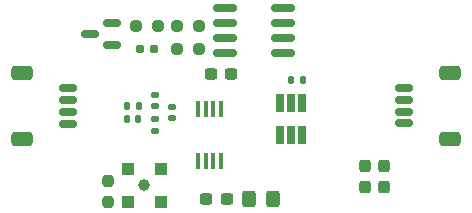
<source format=gbr>
%TF.GenerationSoftware,KiCad,Pcbnew,(6.0.4-0)*%
%TF.CreationDate,2022-08-26T15:35:11-06:00*%
%TF.ProjectId,lm334-source-v2,6c6d3333-342d-4736-9f75-7263652d7632,rev?*%
%TF.SameCoordinates,Original*%
%TF.FileFunction,Paste,Top*%
%TF.FilePolarity,Positive*%
%FSLAX46Y46*%
G04 Gerber Fmt 4.6, Leading zero omitted, Abs format (unit mm)*
G04 Created by KiCad (PCBNEW (6.0.4-0)) date 2022-08-26 15:35:11*
%MOMM*%
%LPD*%
G01*
G04 APERTURE LIST*
G04 Aperture macros list*
%AMRoundRect*
0 Rectangle with rounded corners*
0 $1 Rounding radius*
0 $2 $3 $4 $5 $6 $7 $8 $9 X,Y pos of 4 corners*
0 Add a 4 corners polygon primitive as box body*
4,1,4,$2,$3,$4,$5,$6,$7,$8,$9,$2,$3,0*
0 Add four circle primitives for the rounded corners*
1,1,$1+$1,$2,$3*
1,1,$1+$1,$4,$5*
1,1,$1+$1,$6,$7*
1,1,$1+$1,$8,$9*
0 Add four rect primitives between the rounded corners*
20,1,$1+$1,$2,$3,$4,$5,0*
20,1,$1+$1,$4,$5,$6,$7,0*
20,1,$1+$1,$6,$7,$8,$9,0*
20,1,$1+$1,$8,$9,$2,$3,0*%
G04 Aperture macros list end*
%ADD10RoundRect,0.147500X0.147500X0.172500X-0.147500X0.172500X-0.147500X-0.172500X0.147500X-0.172500X0*%
%ADD11RoundRect,0.250000X0.325000X0.450000X-0.325000X0.450000X-0.325000X-0.450000X0.325000X-0.450000X0*%
%ADD12RoundRect,0.147500X-0.172500X0.147500X-0.172500X-0.147500X0.172500X-0.147500X0.172500X0.147500X0*%
%ADD13RoundRect,0.147500X-0.147500X-0.172500X0.147500X-0.172500X0.147500X0.172500X-0.147500X0.172500X0*%
%ADD14RoundRect,0.150000X-0.625000X0.150000X-0.625000X-0.150000X0.625000X-0.150000X0.625000X0.150000X0*%
%ADD15RoundRect,0.250000X-0.650000X0.350000X-0.650000X-0.350000X0.650000X-0.350000X0.650000X0.350000X0*%
%ADD16RoundRect,0.237500X0.237500X-0.287500X0.237500X0.287500X-0.237500X0.287500X-0.237500X-0.287500X0*%
%ADD17RoundRect,0.150000X0.625000X-0.150000X0.625000X0.150000X-0.625000X0.150000X-0.625000X-0.150000X0*%
%ADD18RoundRect,0.250000X0.650000X-0.350000X0.650000X0.350000X-0.650000X0.350000X-0.650000X-0.350000X0*%
%ADD19R,0.450000X1.450000*%
%ADD20RoundRect,0.237500X0.250000X0.237500X-0.250000X0.237500X-0.250000X-0.237500X0.250000X-0.237500X0*%
%ADD21R,0.650000X1.560000*%
%ADD22C,1.000000*%
%ADD23R,1.000000X1.000000*%
%ADD24RoundRect,0.237500X-0.300000X-0.237500X0.300000X-0.237500X0.300000X0.237500X-0.300000X0.237500X0*%
%ADD25RoundRect,0.150000X-0.825000X-0.150000X0.825000X-0.150000X0.825000X0.150000X-0.825000X0.150000X0*%
%ADD26RoundRect,0.150000X0.587500X0.150000X-0.587500X0.150000X-0.587500X-0.150000X0.587500X-0.150000X0*%
%ADD27RoundRect,0.237500X-0.237500X0.250000X-0.237500X-0.250000X0.237500X-0.250000X0.237500X0.250000X0*%
%ADD28RoundRect,0.160000X0.197500X0.160000X-0.197500X0.160000X-0.197500X-0.160000X0.197500X-0.160000X0*%
%ADD29RoundRect,0.237500X0.300000X0.237500X-0.300000X0.237500X-0.300000X-0.237500X0.300000X-0.237500X0*%
G04 APERTURE END LIST*
D10*
%TO.C,R3*%
X111250000Y-90550000D03*
X110280000Y-90550000D03*
%TD*%
%TO.C,R4*%
X111235000Y-91650000D03*
X110265000Y-91650000D03*
%TD*%
D11*
%TO.C,L1*%
X122660000Y-98450000D03*
X120610000Y-98450000D03*
%TD*%
D12*
%TO.C,C1*%
X112650000Y-89565000D03*
X112650000Y-90535000D03*
%TD*%
%TO.C,C2*%
X112650000Y-91650000D03*
X112650000Y-92620000D03*
%TD*%
%TO.C,C3*%
X114050000Y-90590000D03*
X114050000Y-91560000D03*
%TD*%
D13*
%TO.C,C4*%
X124165000Y-88350000D03*
X125135000Y-88350000D03*
%TD*%
D14*
%TO.C,J1*%
X105250000Y-89050000D03*
X105250000Y-90050000D03*
X105250000Y-91050000D03*
X105250000Y-92050000D03*
D15*
X101375000Y-93350000D03*
X101375000Y-87750000D03*
%TD*%
D16*
%TO.C,R1*%
X132050000Y-97375000D03*
X132050000Y-95625000D03*
%TD*%
%TO.C,R2*%
X130400000Y-97375000D03*
X130400000Y-95625000D03*
%TD*%
D17*
%TO.C,J2*%
X133750000Y-92000000D03*
X133750000Y-91000000D03*
X133750000Y-90000000D03*
X133750000Y-89000000D03*
D18*
X137625000Y-87700000D03*
X137625000Y-93300000D03*
%TD*%
D19*
%TO.C,U3*%
X118225000Y-90750000D03*
X117575000Y-90750000D03*
X116925000Y-90750000D03*
X116275000Y-90750000D03*
X116275000Y-95150000D03*
X116925000Y-95150000D03*
X117575000Y-95150000D03*
X118225000Y-95150000D03*
%TD*%
D20*
%TO.C,R9*%
X112862500Y-83750000D03*
X111037500Y-83750000D03*
%TD*%
D21*
%TO.C,U1*%
X123200000Y-93000000D03*
X124150000Y-93000000D03*
X125100000Y-93000000D03*
X125100000Y-90300000D03*
X124150000Y-90300000D03*
X123200000Y-90300000D03*
%TD*%
D22*
%TO.C,J3*%
X111750000Y-97250000D03*
D23*
X113150000Y-98650000D03*
X110350000Y-95850000D03*
X110350000Y-98650000D03*
X113150000Y-95850000D03*
%TD*%
D24*
%TO.C,C5*%
X116987500Y-98450000D03*
X118712500Y-98450000D03*
%TD*%
D25*
%TO.C,U2*%
X118575000Y-82245000D03*
X118575000Y-83515000D03*
X118575000Y-84785000D03*
X118575000Y-86055000D03*
X123525000Y-86055000D03*
X123525000Y-84785000D03*
X123525000Y-83515000D03*
X123525000Y-82245000D03*
%TD*%
D20*
%TO.C,R6*%
X116362500Y-85750000D03*
X114537500Y-85750000D03*
%TD*%
D26*
%TO.C,Q1*%
X108987500Y-85400000D03*
X108987500Y-83500000D03*
X107112500Y-84450000D03*
%TD*%
D20*
%TO.C,R8*%
X116362500Y-83750000D03*
X114537500Y-83750000D03*
%TD*%
D27*
%TO.C,R5*%
X108650000Y-96850000D03*
X108650000Y-98675000D03*
%TD*%
D28*
%TO.C,R7*%
X112547500Y-85750000D03*
X111352500Y-85750000D03*
%TD*%
D29*
%TO.C,C6*%
X119112500Y-87850000D03*
X117387500Y-87850000D03*
%TD*%
M02*

</source>
